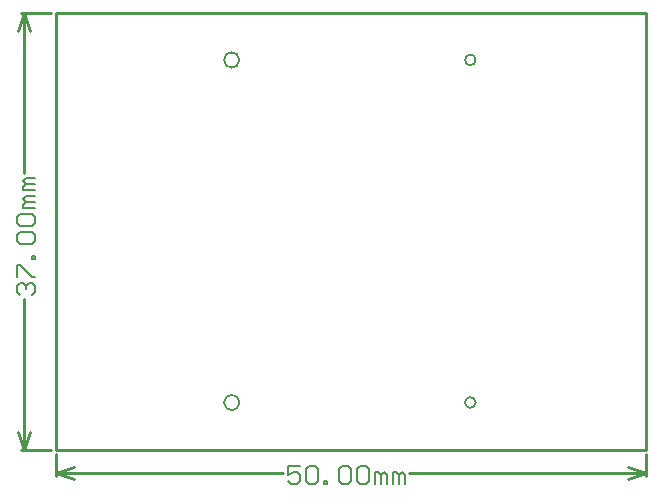
<source format=gm1>
G04*
G04 #@! TF.GenerationSoftware,Altium Limited,Altium Designer,20.0.2 (26)*
G04*
G04 Layer_Color=16711935*
%FSLAX25Y25*%
%MOIN*%
G70*
G01*
G75*
%ADD15C,0.01000*%
%ADD20C,0.00600*%
D15*
X0Y145669D02*
X196835D01*
Y0D02*
Y145669D01*
X0Y0D02*
X196835D01*
X0D02*
Y145669D01*
Y-7900D02*
X6000Y-5900D01*
X0Y-7900D02*
X6000Y-9900D01*
X190835D02*
X196835Y-7900D01*
X190835Y-5900D02*
X196835Y-7900D01*
X0D02*
X75724D01*
X117911D02*
X196835D01*
X0Y-8900D02*
Y-1500D01*
X196835Y-8900D02*
Y-1500D01*
X-12600Y6000D02*
X-10600Y0D01*
X-8600Y6000D01*
X-10600Y145669D02*
X-8600Y139669D01*
X-12600D02*
X-10600Y145669D01*
Y0D02*
Y50141D01*
Y92328D02*
Y145669D01*
X-11600Y0D02*
X-1500D01*
X-11600Y145669D02*
X-1500D01*
D20*
X61221Y15748D02*
G03*
X61221Y15748I-2559J0D01*
G01*
X139961Y15748D02*
G03*
X139961Y15748I-1772J0D01*
G01*
X61221Y129921D02*
G03*
X61221Y129921I-2559J0D01*
G01*
X139961Y129921D02*
G03*
X139961Y129921I-1772J0D01*
G01*
X81323Y-5501D02*
X77324D01*
Y-8500D01*
X79323Y-7500D01*
X80323D01*
X81323Y-8500D01*
Y-10499D01*
X80323Y-11499D01*
X78324D01*
X77324Y-10499D01*
X83322Y-6501D02*
X84322Y-5501D01*
X86321D01*
X87321Y-6501D01*
Y-10499D01*
X86321Y-11499D01*
X84322D01*
X83322Y-10499D01*
Y-6501D01*
X89320Y-11499D02*
Y-10499D01*
X90320D01*
Y-11499D01*
X89320D01*
X94318Y-6501D02*
X95318Y-5501D01*
X97318D01*
X98317Y-6501D01*
Y-10499D01*
X97318Y-11499D01*
X95318D01*
X94318Y-10499D01*
Y-6501D01*
X100317D02*
X101316Y-5501D01*
X103316D01*
X104315Y-6501D01*
Y-10499D01*
X103316Y-11499D01*
X101316D01*
X100317Y-10499D01*
Y-6501D01*
X106315Y-11499D02*
Y-7500D01*
X107314D01*
X108314Y-8500D01*
Y-11499D01*
Y-8500D01*
X109314Y-7500D01*
X110313Y-8500D01*
Y-11499D01*
X112313D02*
Y-7500D01*
X113312D01*
X114312Y-8500D01*
Y-11499D01*
Y-8500D01*
X115312Y-7500D01*
X116311Y-8500D01*
Y-11499D01*
X-11999Y51741D02*
X-12999Y52741D01*
Y54740D01*
X-11999Y55740D01*
X-11000D01*
X-10000Y54740D01*
Y53740D01*
Y54740D01*
X-9000Y55740D01*
X-8001D01*
X-7001Y54740D01*
Y52741D01*
X-8001Y51741D01*
X-12999Y57739D02*
Y61738D01*
X-11999D01*
X-8001Y57739D01*
X-7001D01*
Y63737D02*
X-8001D01*
Y64737D01*
X-7001D01*
Y63737D01*
X-11999Y68735D02*
X-12999Y69735D01*
Y71734D01*
X-11999Y72734D01*
X-8001D01*
X-7001Y71734D01*
Y69735D01*
X-8001Y68735D01*
X-11999D01*
Y74734D02*
X-12999Y75733D01*
Y77732D01*
X-11999Y78732D01*
X-8001D01*
X-7001Y77732D01*
Y75733D01*
X-8001Y74734D01*
X-11999D01*
X-7001Y80732D02*
X-11000D01*
Y81731D01*
X-10000Y82731D01*
X-7001D01*
X-10000D01*
X-11000Y83731D01*
X-10000Y84730D01*
X-7001D01*
Y86730D02*
X-11000D01*
Y87729D01*
X-10000Y88729D01*
X-7001D01*
X-10000D01*
X-11000Y89729D01*
X-10000Y90728D01*
X-7001D01*
M02*

</source>
